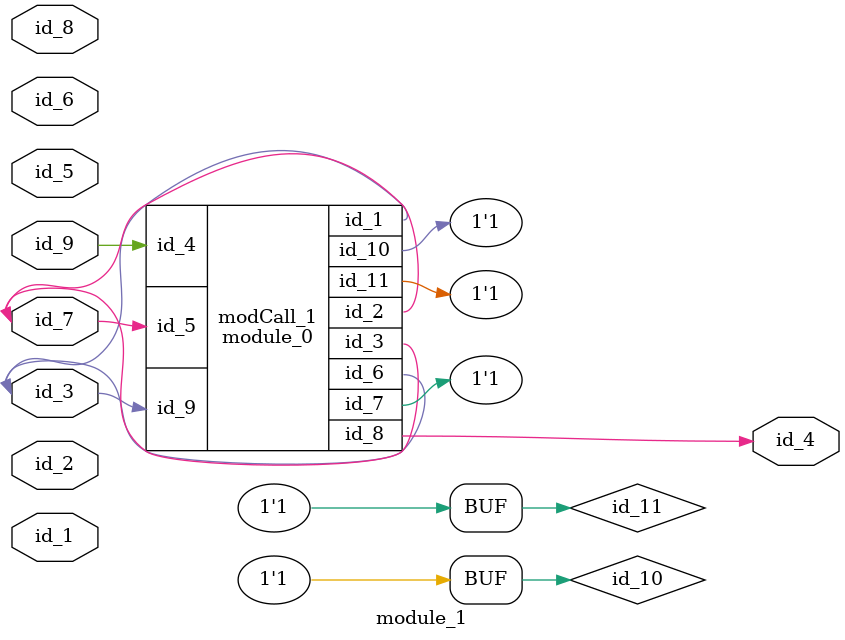
<source format=v>
module module_0 (
    id_1,
    id_2,
    id_3,
    id_4,
    id_5,
    id_6,
    id_7,
    id_8,
    id_9,
    id_10,
    id_11
);
  output wire id_11;
  output wire id_10;
  input wire id_9;
  output wire id_8;
  output wire id_7;
  output wire id_6;
  input wire id_5;
  input wire id_4;
  inout wire id_3;
  inout wire id_2;
  output wire id_1;
  wire id_12;
  wire id_13;
endmodule
module module_1 (
    id_1,
    id_2,
    id_3,
    id_4,
    id_5,
    id_6,
    id_7,
    id_8,
    id_9
);
  input wire id_9;
  input wire id_8;
  inout wire id_7;
  input wire id_6;
  inout wire id_5;
  output wire id_4;
  inout wire id_3;
  input wire id_2;
  input wire id_1;
  reg id_10;
  always @(*) begin : LABEL_0
    id_10 <= 1;
    id_10 = 1 == 1;
  end
  wire id_11 = &id_10;
  module_0 modCall_1 (
      id_3,
      id_7,
      id_7,
      id_9,
      id_7,
      id_3,
      id_11,
      id_4,
      id_3,
      id_11,
      id_11
  );
endmodule

</source>
